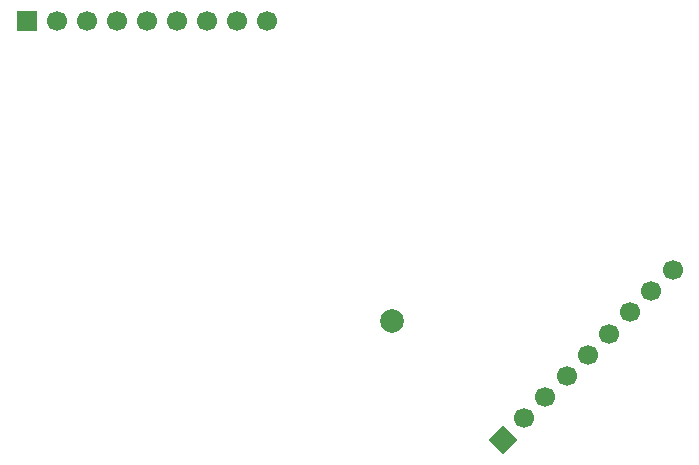
<source format=gbr>
%TF.GenerationSoftware,KiCad,Pcbnew,9.0.2*%
%TF.CreationDate,2025-07-19T22:24:43-05:00*%
%TF.ProjectId,XDS110 onboard prog breakout,58445331-3130-4206-9f6e-626f61726420,rev?*%
%TF.SameCoordinates,Original*%
%TF.FileFunction,Soldermask,Bot*%
%TF.FilePolarity,Negative*%
%FSLAX46Y46*%
G04 Gerber Fmt 4.6, Leading zero omitted, Abs format (unit mm)*
G04 Created by KiCad (PCBNEW 9.0.2) date 2025-07-19 22:24:43*
%MOMM*%
%LPD*%
G01*
G04 APERTURE LIST*
G04 Aperture macros list*
%AMRotRect*
0 Rectangle, with rotation*
0 The origin of the aperture is its center*
0 $1 length*
0 $2 width*
0 $3 Rotation angle, in degrees counterclockwise*
0 Add horizontal line*
21,1,$1,$2,0,0,$3*%
G04 Aperture macros list end*
%ADD10RotRect,1.700000X1.700000X135.000000*%
%ADD11C,1.700000*%
%ADD12C,2.000000*%
%ADD13R,1.700000X1.700000*%
G04 APERTURE END LIST*
D10*
%TO.C,J2*%
X127115800Y-129984200D03*
D11*
X128911851Y-128188149D03*
X130707902Y-126392098D03*
X132503954Y-124596046D03*
X134300005Y-122799995D03*
X136096056Y-121003944D03*
X137892107Y-119207893D03*
X139688159Y-117411841D03*
X141484210Y-115615790D03*
%TD*%
D12*
%TO.C,TP16*%
X117700000Y-119900000D03*
%TD*%
D13*
%TO.C,J1*%
X86800000Y-94500000D03*
D11*
X89340000Y-94500000D03*
X91879999Y-94500000D03*
X94420000Y-94500000D03*
X96960000Y-94500000D03*
X99500000Y-94500000D03*
X102040000Y-94500000D03*
X104580001Y-94500000D03*
X107120000Y-94500000D03*
%TD*%
M02*

</source>
